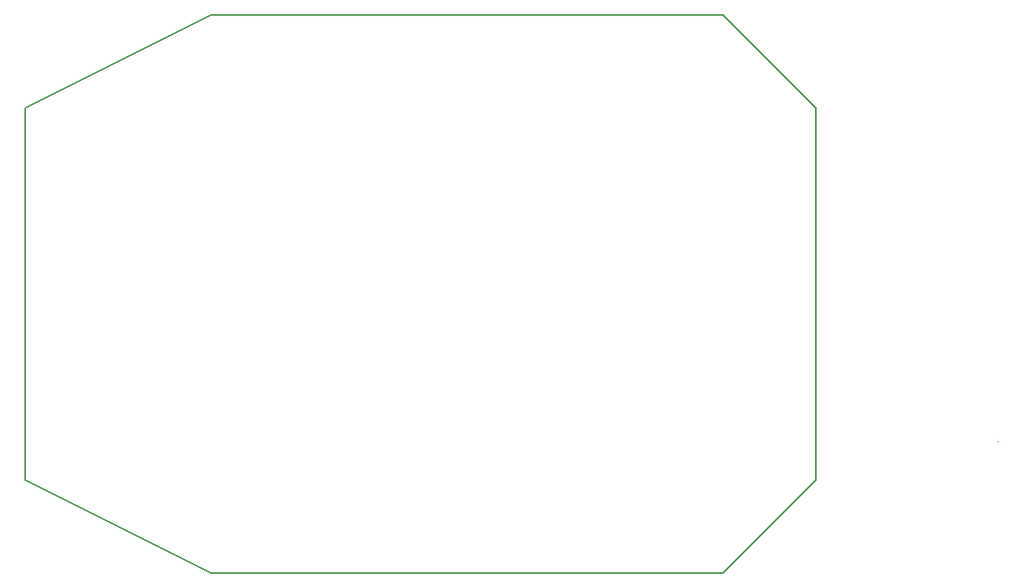
<source format=gbp>
G04 #@! TF.GenerationSoftware,KiCad,Pcbnew,7.0.9*
G04 #@! TF.CreationDate,2024-01-25T12:37:26-06:00*
G04 #@! TF.ProjectId,Stupid_FOCer,53747570-6964-45f4-964f-4365722e6b69,1*
G04 #@! TF.SameCoordinates,Original*
G04 #@! TF.FileFunction,Paste,Bot*
G04 #@! TF.FilePolarity,Positive*
%FSLAX46Y46*%
G04 Gerber Fmt 4.6, Leading zero omitted, Abs format (unit mm)*
G04 Created by KiCad (PCBNEW 7.0.9) date 2024-01-25 12:37:26*
%MOMM*%
%LPD*%
G01*
G04 APERTURE LIST*
G04 #@! TA.AperFunction,Profile*
%ADD10C,0.150000*%
G04 #@! TD*
G04 APERTURE END LIST*
D10*
X120000000Y-130000000D02*
X175000000Y-130000000D01*
X100000000Y-120000000D02*
X120000000Y-130000000D01*
X185000000Y-80000000D02*
X175000000Y-70000000D01*
X185000000Y-120000000D02*
X185000000Y-80000000D01*
X100000000Y-80000000D02*
X120000000Y-70000000D01*
X100000000Y-80000000D02*
X100000000Y-120000000D01*
X204608761Y-115825000D02*
X204608761Y-115825000D01*
X175000000Y-70000000D02*
X120000000Y-70000000D01*
X175000000Y-130000000D02*
X185000000Y-120000000D01*
M02*

</source>
